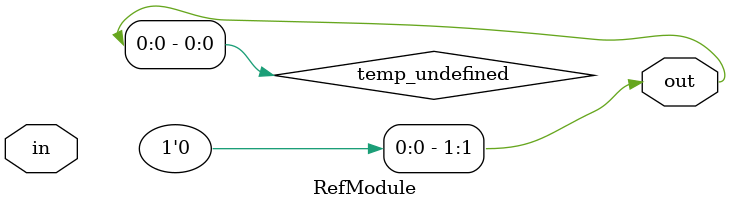
<source format=sv>

module RefModule (
  input [2:0] in,
  output [1:0] out
);

  assign out = temp_undefined;

endmodule


</source>
